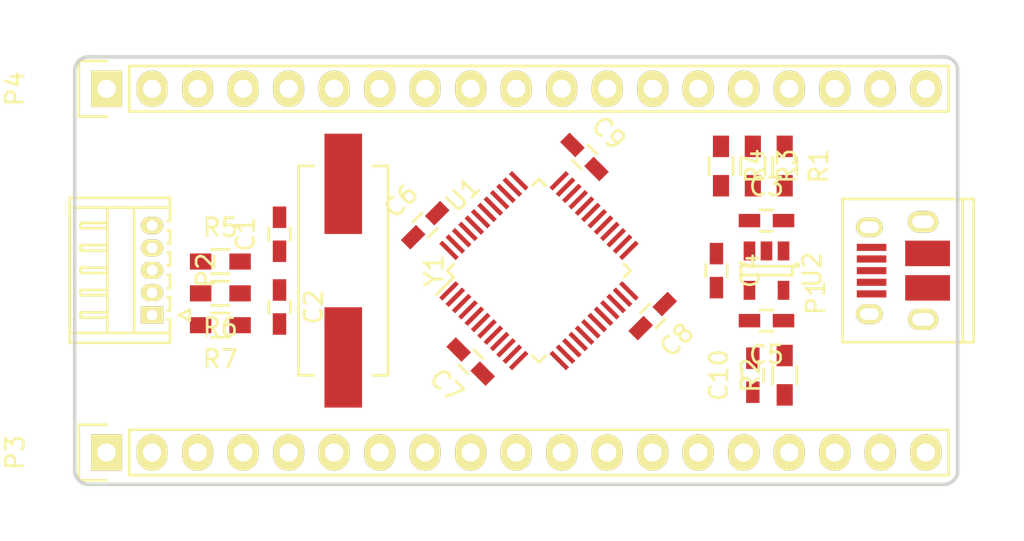
<source format=kicad_pcb>
(kicad_pcb (version 4) (host pcbnew 4.0.2+dfsg1-stable)

  (general
    (links 96)
    (no_connects 96)
    (area 107.341999 76.861999 156.818001 100.938001)
    (thickness 1.6)
    (drawings 8)
    (tracks 0)
    (zones 0)
    (modules 24)
    (nets 48)
  )

  (page A4)
  (layers
    (0 F.Cu signal)
    (31 B.Cu signal)
    (32 B.Adhes user)
    (33 F.Adhes user)
    (34 B.Paste user)
    (35 F.Paste user)
    (36 B.SilkS user)
    (37 F.SilkS user)
    (38 B.Mask user)
    (39 F.Mask user)
    (40 Dwgs.User user)
    (41 Cmts.User user)
    (42 Eco1.User user)
    (43 Eco2.User user)
    (44 Edge.Cuts user)
    (45 Margin user)
    (46 B.CrtYd user)
    (47 F.CrtYd user)
    (48 B.Fab user)
    (49 F.Fab user)
  )

  (setup
    (last_trace_width 0.25)
    (trace_clearance 0.2)
    (zone_clearance 0.508)
    (zone_45_only no)
    (trace_min 0.2)
    (segment_width 0.2)
    (edge_width 0.2)
    (via_size 0.6)
    (via_drill 0.4)
    (via_min_size 0.4)
    (via_min_drill 0.3)
    (uvia_size 0.3)
    (uvia_drill 0.1)
    (uvias_allowed no)
    (uvia_min_size 0.2)
    (uvia_min_drill 0.1)
    (pcb_text_width 0.3)
    (pcb_text_size 1.5 1.5)
    (mod_edge_width 0.15)
    (mod_text_size 1 1)
    (mod_text_width 0.15)
    (pad_size 1.524 1.524)
    (pad_drill 0.762)
    (pad_to_mask_clearance 0.2)
    (aux_axis_origin 0 0)
    (visible_elements FFFFFF7F)
    (pcbplotparams
      (layerselection 0x00030_80000001)
      (usegerberextensions false)
      (excludeedgelayer true)
      (linewidth 0.100000)
      (plotframeref false)
      (viasonmask false)
      (mode 1)
      (useauxorigin false)
      (hpglpennumber 1)
      (hpglpenspeed 20)
      (hpglpendiameter 15)
      (hpglpenoverlay 2)
      (psnegative false)
      (psa4output false)
      (plotreference true)
      (plotvalue true)
      (plotinvisibletext false)
      (padsonsilk false)
      (subtractmaskfromsilk false)
      (outputformat 1)
      (mirror false)
      (drillshape 1)
      (scaleselection 1)
      (outputdirectory ""))
  )

  (net 0 "")
  (net 1 GND)
  (net 2 XTAL1)
  (net 3 XTAL2)
  (net 4 +5V)
  (net 5 "Net-(C4-Pad1)")
  (net 6 +3V3)
  (net 7 "Net-(P1-Pad2)")
  (net 8 "Net-(P1-Pad3)")
  (net 9 "Net-(P1-Pad4)")
  (net 10 "Net-(P1-Pad6)")
  (net 11 USB_DP)
  (net 12 USB_DM)
  (net 13 SWDCLK)
  (net 14 SWDIO)
  (net 15 NRST)
  (net 16 /PA15)
  (net 17 /PC13)
  (net 18 /PC14)
  (net 19 /PC15)
  (net 20 /PA0)
  (net 21 /PA1)
  (net 22 /PA2)
  (net 23 /PA3)
  (net 24 /PA4)
  (net 25 /PA5)
  (net 26 /PA6)
  (net 27 /PA7)
  (net 28 /PB0)
  (net 29 /PB1)
  (net 30 /PB2)
  (net 31 /PB10)
  (net 32 /PB11)
  (net 33 /PB9)
  (net 34 /PB8)
  (net 35 /PB7)
  (net 36 /PB6)
  (net 37 /PB5)
  (net 38 /PB4)
  (net 39 /PB3)
  (net 40 /PA10)
  (net 41 /PA9)
  (net 42 /PA8)
  (net 43 /PB15)
  (net 44 /PB14)
  (net 45 /PB13)
  (net 46 /PB12)
  (net 47 /BOOT0)

  (net_class Default "This is the default net class."
    (clearance 0.2)
    (trace_width 0.25)
    (via_dia 0.6)
    (via_drill 0.4)
    (uvia_dia 0.3)
    (uvia_drill 0.1)
    (add_net +3V3)
    (add_net +5V)
    (add_net /BOOT0)
    (add_net /PA0)
    (add_net /PA1)
    (add_net /PA10)
    (add_net /PA15)
    (add_net /PA2)
    (add_net /PA3)
    (add_net /PA4)
    (add_net /PA5)
    (add_net /PA6)
    (add_net /PA7)
    (add_net /PA8)
    (add_net /PA9)
    (add_net /PB0)
    (add_net /PB1)
    (add_net /PB10)
    (add_net /PB11)
    (add_net /PB12)
    (add_net /PB13)
    (add_net /PB14)
    (add_net /PB15)
    (add_net /PB2)
    (add_net /PB3)
    (add_net /PB4)
    (add_net /PB5)
    (add_net /PB6)
    (add_net /PB7)
    (add_net /PB8)
    (add_net /PB9)
    (add_net /PC13)
    (add_net /PC14)
    (add_net /PC15)
    (add_net GND)
    (add_net NRST)
    (add_net "Net-(C4-Pad1)")
    (add_net "Net-(P1-Pad2)")
    (add_net "Net-(P1-Pad3)")
    (add_net "Net-(P1-Pad4)")
    (add_net "Net-(P1-Pad6)")
    (add_net SWDCLK)
    (add_net SWDIO)
    (add_net USB_DM)
    (add_net USB_DP)
    (add_net XTAL1)
    (add_net XTAL2)
  )

  (module Capacitors_SMD:C_0603_HandSoldering (layer F.Cu) (tedit 541A9B4D) (tstamp 5A6EEE9B)
    (at 118.872 86.868 90)
    (descr "Capacitor SMD 0603, hand soldering")
    (tags "capacitor 0603")
    (path /5A6E3BAC)
    (attr smd)
    (fp_text reference C1 (at 0 -1.9 90) (layer F.SilkS)
      (effects (font (size 1 1) (thickness 0.15)))
    )
    (fp_text value 30pF (at 0 1.9 90) (layer F.Fab)
      (effects (font (size 1 1) (thickness 0.15)))
    )
    (fp_line (start -1.85 -0.75) (end 1.85 -0.75) (layer F.CrtYd) (width 0.05))
    (fp_line (start -1.85 0.75) (end 1.85 0.75) (layer F.CrtYd) (width 0.05))
    (fp_line (start -1.85 -0.75) (end -1.85 0.75) (layer F.CrtYd) (width 0.05))
    (fp_line (start 1.85 -0.75) (end 1.85 0.75) (layer F.CrtYd) (width 0.05))
    (fp_line (start -0.35 -0.6) (end 0.35 -0.6) (layer F.SilkS) (width 0.15))
    (fp_line (start 0.35 0.6) (end -0.35 0.6) (layer F.SilkS) (width 0.15))
    (pad 1 smd rect (at -0.95 0 90) (size 1.2 0.75) (layers F.Cu F.Paste F.Mask)
      (net 1 GND))
    (pad 2 smd rect (at 0.95 0 90) (size 1.2 0.75) (layers F.Cu F.Paste F.Mask)
      (net 2 XTAL1))
    (model Capacitors_SMD.3dshapes/C_0603_HandSoldering.wrl
      (at (xyz 0 0 0))
      (scale (xyz 1 1 1))
      (rotate (xyz 0 0 0))
    )
  )

  (module Capacitors_SMD:C_0603_HandSoldering (layer F.Cu) (tedit 541A9B4D) (tstamp 5A6EEEA1)
    (at 118.872 90.932 270)
    (descr "Capacitor SMD 0603, hand soldering")
    (tags "capacitor 0603")
    (path /5A6E3C43)
    (attr smd)
    (fp_text reference C2 (at 0 -1.9 270) (layer F.SilkS)
      (effects (font (size 1 1) (thickness 0.15)))
    )
    (fp_text value 30pF (at 0 1.9 270) (layer F.Fab)
      (effects (font (size 1 1) (thickness 0.15)))
    )
    (fp_line (start -1.85 -0.75) (end 1.85 -0.75) (layer F.CrtYd) (width 0.05))
    (fp_line (start -1.85 0.75) (end 1.85 0.75) (layer F.CrtYd) (width 0.05))
    (fp_line (start -1.85 -0.75) (end -1.85 0.75) (layer F.CrtYd) (width 0.05))
    (fp_line (start 1.85 -0.75) (end 1.85 0.75) (layer F.CrtYd) (width 0.05))
    (fp_line (start -0.35 -0.6) (end 0.35 -0.6) (layer F.SilkS) (width 0.15))
    (fp_line (start 0.35 0.6) (end -0.35 0.6) (layer F.SilkS) (width 0.15))
    (pad 1 smd rect (at -0.95 0 270) (size 1.2 0.75) (layers F.Cu F.Paste F.Mask)
      (net 1 GND))
    (pad 2 smd rect (at 0.95 0 270) (size 1.2 0.75) (layers F.Cu F.Paste F.Mask)
      (net 3 XTAL2))
    (model Capacitors_SMD.3dshapes/C_0603_HandSoldering.wrl
      (at (xyz 0 0 0))
      (scale (xyz 1 1 1))
      (rotate (xyz 0 0 0))
    )
  )

  (module Capacitors_SMD:C_0603_HandSoldering (layer F.Cu) (tedit 541A9B4D) (tstamp 5A6EEEA7)
    (at 146.05 86.106)
    (descr "Capacitor SMD 0603, hand soldering")
    (tags "capacitor 0603")
    (path /5A6E5B08)
    (attr smd)
    (fp_text reference C3 (at 0 -1.9) (layer F.SilkS)
      (effects (font (size 1 1) (thickness 0.15)))
    )
    (fp_text value 2.2uF (at 0 1.9) (layer F.Fab)
      (effects (font (size 1 1) (thickness 0.15)))
    )
    (fp_line (start -1.85 -0.75) (end 1.85 -0.75) (layer F.CrtYd) (width 0.05))
    (fp_line (start -1.85 0.75) (end 1.85 0.75) (layer F.CrtYd) (width 0.05))
    (fp_line (start -1.85 -0.75) (end -1.85 0.75) (layer F.CrtYd) (width 0.05))
    (fp_line (start 1.85 -0.75) (end 1.85 0.75) (layer F.CrtYd) (width 0.05))
    (fp_line (start -0.35 -0.6) (end 0.35 -0.6) (layer F.SilkS) (width 0.15))
    (fp_line (start 0.35 0.6) (end -0.35 0.6) (layer F.SilkS) (width 0.15))
    (pad 1 smd rect (at -0.95 0) (size 1.2 0.75) (layers F.Cu F.Paste F.Mask)
      (net 4 +5V))
    (pad 2 smd rect (at 0.95 0) (size 1.2 0.75) (layers F.Cu F.Paste F.Mask)
      (net 1 GND))
    (model Capacitors_SMD.3dshapes/C_0603_HandSoldering.wrl
      (at (xyz 0 0 0))
      (scale (xyz 1 1 1))
      (rotate (xyz 0 0 0))
    )
  )

  (module Capacitors_SMD:C_0603_HandSoldering (layer F.Cu) (tedit 541A9B4D) (tstamp 5A6EEEAD)
    (at 143.256 88.9 270)
    (descr "Capacitor SMD 0603, hand soldering")
    (tags "capacitor 0603")
    (path /5A6E4E78)
    (attr smd)
    (fp_text reference C4 (at 0 -1.9 270) (layer F.SilkS)
      (effects (font (size 1 1) (thickness 0.15)))
    )
    (fp_text value 470pF (at -0.635 3.175 270) (layer F.Fab)
      (effects (font (size 1 1) (thickness 0.15)))
    )
    (fp_line (start -1.85 -0.75) (end 1.85 -0.75) (layer F.CrtYd) (width 0.05))
    (fp_line (start -1.85 0.75) (end 1.85 0.75) (layer F.CrtYd) (width 0.05))
    (fp_line (start -1.85 -0.75) (end -1.85 0.75) (layer F.CrtYd) (width 0.05))
    (fp_line (start 1.85 -0.75) (end 1.85 0.75) (layer F.CrtYd) (width 0.05))
    (fp_line (start -0.35 -0.6) (end 0.35 -0.6) (layer F.SilkS) (width 0.15))
    (fp_line (start 0.35 0.6) (end -0.35 0.6) (layer F.SilkS) (width 0.15))
    (pad 1 smd rect (at -0.95 0 270) (size 1.2 0.75) (layers F.Cu F.Paste F.Mask)
      (net 5 "Net-(C4-Pad1)"))
    (pad 2 smd rect (at 0.95 0 270) (size 1.2 0.75) (layers F.Cu F.Paste F.Mask)
      (net 1 GND))
    (model Capacitors_SMD.3dshapes/C_0603_HandSoldering.wrl
      (at (xyz 0 0 0))
      (scale (xyz 1 1 1))
      (rotate (xyz 0 0 0))
    )
  )

  (module Capacitors_SMD:C_0603_HandSoldering (layer F.Cu) (tedit 541A9B4D) (tstamp 5A6EEEB3)
    (at 146.05 91.694 180)
    (descr "Capacitor SMD 0603, hand soldering")
    (tags "capacitor 0603")
    (path /5A6E5075)
    (attr smd)
    (fp_text reference C5 (at 0 -1.9 180) (layer F.SilkS)
      (effects (font (size 1 1) (thickness 0.15)))
    )
    (fp_text value 2.2uF (at 0 1.9 180) (layer F.Fab)
      (effects (font (size 1 1) (thickness 0.15)))
    )
    (fp_line (start -1.85 -0.75) (end 1.85 -0.75) (layer F.CrtYd) (width 0.05))
    (fp_line (start -1.85 0.75) (end 1.85 0.75) (layer F.CrtYd) (width 0.05))
    (fp_line (start -1.85 -0.75) (end -1.85 0.75) (layer F.CrtYd) (width 0.05))
    (fp_line (start 1.85 -0.75) (end 1.85 0.75) (layer F.CrtYd) (width 0.05))
    (fp_line (start -0.35 -0.6) (end 0.35 -0.6) (layer F.SilkS) (width 0.15))
    (fp_line (start 0.35 0.6) (end -0.35 0.6) (layer F.SilkS) (width 0.15))
    (pad 1 smd rect (at -0.95 0 180) (size 1.2 0.75) (layers F.Cu F.Paste F.Mask)
      (net 6 +3V3))
    (pad 2 smd rect (at 0.95 0 180) (size 1.2 0.75) (layers F.Cu F.Paste F.Mask)
      (net 1 GND))
    (model Capacitors_SMD.3dshapes/C_0603_HandSoldering.wrl
      (at (xyz 0 0 0))
      (scale (xyz 1 1 1))
      (rotate (xyz 0 0 0))
    )
  )

  (module Capacitors_SMD:C_0603_HandSoldering (layer F.Cu) (tedit 541A9B4D) (tstamp 5A6EEEB9)
    (at 127 86.36 45)
    (descr "Capacitor SMD 0603, hand soldering")
    (tags "capacitor 0603")
    (path /5A6E62B1)
    (attr smd)
    (fp_text reference C6 (at 0 -1.9 45) (layer F.SilkS)
      (effects (font (size 1 1) (thickness 0.15)))
    )
    (fp_text value 100nF (at 0 1.9 45) (layer F.Fab)
      (effects (font (size 1 1) (thickness 0.15)))
    )
    (fp_line (start -1.85 -0.75) (end 1.85 -0.75) (layer F.CrtYd) (width 0.05))
    (fp_line (start -1.85 0.75) (end 1.85 0.75) (layer F.CrtYd) (width 0.05))
    (fp_line (start -1.85 -0.75) (end -1.85 0.75) (layer F.CrtYd) (width 0.05))
    (fp_line (start 1.85 -0.75) (end 1.85 0.75) (layer F.CrtYd) (width 0.05))
    (fp_line (start -0.35 -0.6) (end 0.35 -0.6) (layer F.SilkS) (width 0.15))
    (fp_line (start 0.35 0.6) (end -0.35 0.6) (layer F.SilkS) (width 0.15))
    (pad 1 smd rect (at -0.95 0 45) (size 1.2 0.75) (layers F.Cu F.Paste F.Mask)
      (net 6 +3V3))
    (pad 2 smd rect (at 0.95 0 45) (size 1.2 0.75) (layers F.Cu F.Paste F.Mask)
      (net 1 GND))
    (model Capacitors_SMD.3dshapes/C_0603_HandSoldering.wrl
      (at (xyz 0 0 0))
      (scale (xyz 1 1 1))
      (rotate (xyz 0 0 0))
    )
  )

  (module Capacitors_SMD:C_0603_HandSoldering (layer F.Cu) (tedit 541A9B4D) (tstamp 5A6EEEBF)
    (at 129.54 93.98 135)
    (descr "Capacitor SMD 0603, hand soldering")
    (tags "capacitor 0603")
    (path /5A6E68C5)
    (attr smd)
    (fp_text reference C7 (at 0 -1.9 135) (layer F.SilkS)
      (effects (font (size 1 1) (thickness 0.15)))
    )
    (fp_text value 100nF (at 0 1.9 135) (layer F.Fab)
      (effects (font (size 1 1) (thickness 0.15)))
    )
    (fp_line (start -1.85 -0.75) (end 1.85 -0.75) (layer F.CrtYd) (width 0.05))
    (fp_line (start -1.85 0.75) (end 1.85 0.75) (layer F.CrtYd) (width 0.05))
    (fp_line (start -1.85 -0.75) (end -1.85 0.75) (layer F.CrtYd) (width 0.05))
    (fp_line (start 1.85 -0.75) (end 1.85 0.75) (layer F.CrtYd) (width 0.05))
    (fp_line (start -0.35 -0.6) (end 0.35 -0.6) (layer F.SilkS) (width 0.15))
    (fp_line (start 0.35 0.6) (end -0.35 0.6) (layer F.SilkS) (width 0.15))
    (pad 1 smd rect (at -0.95 0 135) (size 1.2 0.75) (layers F.Cu F.Paste F.Mask)
      (net 6 +3V3))
    (pad 2 smd rect (at 0.95 0 135) (size 1.2 0.75) (layers F.Cu F.Paste F.Mask)
      (net 1 GND))
    (model Capacitors_SMD.3dshapes/C_0603_HandSoldering.wrl
      (at (xyz 0 0 0))
      (scale (xyz 1 1 1))
      (rotate (xyz 0 0 0))
    )
  )

  (module Capacitors_SMD:C_0603_HandSoldering (layer F.Cu) (tedit 541A9B4D) (tstamp 5A6EEEC5)
    (at 139.7 91.44 225)
    (descr "Capacitor SMD 0603, hand soldering")
    (tags "capacitor 0603")
    (path /5A6E6915)
    (attr smd)
    (fp_text reference C8 (at 0 -1.9 225) (layer F.SilkS)
      (effects (font (size 1 1) (thickness 0.15)))
    )
    (fp_text value 100nF (at 0 1.9 225) (layer F.Fab)
      (effects (font (size 1 1) (thickness 0.15)))
    )
    (fp_line (start -1.85 -0.75) (end 1.85 -0.75) (layer F.CrtYd) (width 0.05))
    (fp_line (start -1.85 0.75) (end 1.85 0.75) (layer F.CrtYd) (width 0.05))
    (fp_line (start -1.85 -0.75) (end -1.85 0.75) (layer F.CrtYd) (width 0.05))
    (fp_line (start 1.85 -0.75) (end 1.85 0.75) (layer F.CrtYd) (width 0.05))
    (fp_line (start -0.35 -0.6) (end 0.35 -0.6) (layer F.SilkS) (width 0.15))
    (fp_line (start 0.35 0.6) (end -0.35 0.6) (layer F.SilkS) (width 0.15))
    (pad 1 smd rect (at -0.95 0 225) (size 1.2 0.75) (layers F.Cu F.Paste F.Mask)
      (net 6 +3V3))
    (pad 2 smd rect (at 0.95 0 225) (size 1.2 0.75) (layers F.Cu F.Paste F.Mask)
      (net 1 GND))
    (model Capacitors_SMD.3dshapes/C_0603_HandSoldering.wrl
      (at (xyz 0 0 0))
      (scale (xyz 1 1 1))
      (rotate (xyz 0 0 0))
    )
  )

  (module Capacitors_SMD:C_0603_HandSoldering (layer F.Cu) (tedit 541A9B4D) (tstamp 5A6EEECB)
    (at 135.89 82.55 315)
    (descr "Capacitor SMD 0603, hand soldering")
    (tags "capacitor 0603")
    (path /5A6E6974)
    (attr smd)
    (fp_text reference C9 (at 0 -1.9 315) (layer F.SilkS)
      (effects (font (size 1 1) (thickness 0.15)))
    )
    (fp_text value 100nF (at 0 1.9 315) (layer F.Fab)
      (effects (font (size 1 1) (thickness 0.15)))
    )
    (fp_line (start -1.85 -0.75) (end 1.85 -0.75) (layer F.CrtYd) (width 0.05))
    (fp_line (start -1.85 0.75) (end 1.85 0.75) (layer F.CrtYd) (width 0.05))
    (fp_line (start -1.85 -0.75) (end -1.85 0.75) (layer F.CrtYd) (width 0.05))
    (fp_line (start 1.85 -0.75) (end 1.85 0.75) (layer F.CrtYd) (width 0.05))
    (fp_line (start -0.35 -0.6) (end 0.35 -0.6) (layer F.SilkS) (width 0.15))
    (fp_line (start 0.35 0.6) (end -0.35 0.6) (layer F.SilkS) (width 0.15))
    (pad 1 smd rect (at -0.95 0 315) (size 1.2 0.75) (layers F.Cu F.Paste F.Mask)
      (net 6 +3V3))
    (pad 2 smd rect (at 0.95 0 315) (size 1.2 0.75) (layers F.Cu F.Paste F.Mask)
      (net 1 GND))
    (model Capacitors_SMD.3dshapes/C_0603_HandSoldering.wrl
      (at (xyz 0 0 0))
      (scale (xyz 1 1 1))
      (rotate (xyz 0 0 0))
    )
  )

  (module Capacitors_SMD:C_0603_HandSoldering (layer F.Cu) (tedit 541A9B4D) (tstamp 5A6EEED1)
    (at 145.288 94.742 90)
    (descr "Capacitor SMD 0603, hand soldering")
    (tags "capacitor 0603")
    (path /5A6E636D)
    (attr smd)
    (fp_text reference C10 (at 0 -1.9 90) (layer F.SilkS)
      (effects (font (size 1 1) (thickness 0.15)))
    )
    (fp_text value 4.7uF (at 0 1.9 90) (layer F.Fab)
      (effects (font (size 1 1) (thickness 0.15)))
    )
    (fp_line (start -1.85 -0.75) (end 1.85 -0.75) (layer F.CrtYd) (width 0.05))
    (fp_line (start -1.85 0.75) (end 1.85 0.75) (layer F.CrtYd) (width 0.05))
    (fp_line (start -1.85 -0.75) (end -1.85 0.75) (layer F.CrtYd) (width 0.05))
    (fp_line (start 1.85 -0.75) (end 1.85 0.75) (layer F.CrtYd) (width 0.05))
    (fp_line (start -0.35 -0.6) (end 0.35 -0.6) (layer F.SilkS) (width 0.15))
    (fp_line (start 0.35 0.6) (end -0.35 0.6) (layer F.SilkS) (width 0.15))
    (pad 1 smd rect (at -0.95 0 90) (size 1.2 0.75) (layers F.Cu F.Paste F.Mask)
      (net 6 +3V3))
    (pad 2 smd rect (at 0.95 0 90) (size 1.2 0.75) (layers F.Cu F.Paste F.Mask)
      (net 1 GND))
    (model Capacitors_SMD.3dshapes/C_0603_HandSoldering.wrl
      (at (xyz 0 0 0))
      (scale (xyz 1 1 1))
      (rotate (xyz 0 0 0))
    )
  )

  (module Resistors_SMD:R_0603_HandSoldering (layer F.Cu) (tedit 5418A00F) (tstamp 5A6EEEE4)
    (at 147.066 83.058 270)
    (descr "Resistor SMD 0603, hand soldering")
    (tags "resistor 0603")
    (path /5A6E2EF2)
    (attr smd)
    (fp_text reference R1 (at 0 -1.9 270) (layer F.SilkS)
      (effects (font (size 1 1) (thickness 0.15)))
    )
    (fp_text value 100k (at 0 1.9 270) (layer F.Fab)
      (effects (font (size 1 1) (thickness 0.15)))
    )
    (fp_line (start -2 -0.8) (end 2 -0.8) (layer F.CrtYd) (width 0.05))
    (fp_line (start -2 0.8) (end 2 0.8) (layer F.CrtYd) (width 0.05))
    (fp_line (start -2 -0.8) (end -2 0.8) (layer F.CrtYd) (width 0.05))
    (fp_line (start 2 -0.8) (end 2 0.8) (layer F.CrtYd) (width 0.05))
    (fp_line (start 0.5 0.675) (end -0.5 0.675) (layer F.SilkS) (width 0.15))
    (fp_line (start -0.5 -0.675) (end 0.5 -0.675) (layer F.SilkS) (width 0.15))
    (pad 1 smd rect (at -1.1 0 270) (size 1.2 0.9) (layers F.Cu F.Paste F.Mask)
      (net 9 "Net-(P1-Pad4)"))
    (pad 2 smd rect (at 1.1 0 270) (size 1.2 0.9) (layers F.Cu F.Paste F.Mask)
      (net 1 GND))
    (model Resistors_SMD.3dshapes/R_0603_HandSoldering.wrl
      (at (xyz 0 0 0))
      (scale (xyz 1 1 1))
      (rotate (xyz 0 0 0))
    )
  )

  (module Resistors_SMD:R_0603_HandSoldering (layer F.Cu) (tedit 5418A00F) (tstamp 5A6EEEEA)
    (at 147.066 94.742 90)
    (descr "Resistor SMD 0603, hand soldering")
    (tags "resistor 0603")
    (path /5A6E2FC3)
    (attr smd)
    (fp_text reference R2 (at 0 -1.9 90) (layer F.SilkS)
      (effects (font (size 1 1) (thickness 0.15)))
    )
    (fp_text value 1k5 (at 0 1.9 90) (layer F.Fab)
      (effects (font (size 1 1) (thickness 0.15)))
    )
    (fp_line (start -2 -0.8) (end 2 -0.8) (layer F.CrtYd) (width 0.05))
    (fp_line (start -2 0.8) (end 2 0.8) (layer F.CrtYd) (width 0.05))
    (fp_line (start -2 -0.8) (end -2 0.8) (layer F.CrtYd) (width 0.05))
    (fp_line (start 2 -0.8) (end 2 0.8) (layer F.CrtYd) (width 0.05))
    (fp_line (start 0.5 0.675) (end -0.5 0.675) (layer F.SilkS) (width 0.15))
    (fp_line (start -0.5 -0.675) (end 0.5 -0.675) (layer F.SilkS) (width 0.15))
    (pad 1 smd rect (at -1.1 0 90) (size 1.2 0.9) (layers F.Cu F.Paste F.Mask)
      (net 8 "Net-(P1-Pad3)"))
    (pad 2 smd rect (at 1.1 0 90) (size 1.2 0.9) (layers F.Cu F.Paste F.Mask)
      (net 6 +3V3))
    (model Resistors_SMD.3dshapes/R_0603_HandSoldering.wrl
      (at (xyz 0 0 0))
      (scale (xyz 1 1 1))
      (rotate (xyz 0 0 0))
    )
  )

  (module Resistors_SMD:R_0603_HandSoldering (layer F.Cu) (tedit 5418A00F) (tstamp 5A6EEEF0)
    (at 145.288 83.058 270)
    (descr "Resistor SMD 0603, hand soldering")
    (tags "resistor 0603")
    (path /5A6E30C7)
    (attr smd)
    (fp_text reference R3 (at 0 -1.9 270) (layer F.SilkS)
      (effects (font (size 1 1) (thickness 0.15)))
    )
    (fp_text value 22 (at 0 1.9 270) (layer F.Fab)
      (effects (font (size 1 1) (thickness 0.15)))
    )
    (fp_line (start -2 -0.8) (end 2 -0.8) (layer F.CrtYd) (width 0.05))
    (fp_line (start -2 0.8) (end 2 0.8) (layer F.CrtYd) (width 0.05))
    (fp_line (start -2 -0.8) (end -2 0.8) (layer F.CrtYd) (width 0.05))
    (fp_line (start 2 -0.8) (end 2 0.8) (layer F.CrtYd) (width 0.05))
    (fp_line (start 0.5 0.675) (end -0.5 0.675) (layer F.SilkS) (width 0.15))
    (fp_line (start -0.5 -0.675) (end 0.5 -0.675) (layer F.SilkS) (width 0.15))
    (pad 1 smd rect (at -1.1 0 270) (size 1.2 0.9) (layers F.Cu F.Paste F.Mask)
      (net 8 "Net-(P1-Pad3)"))
    (pad 2 smd rect (at 1.1 0 270) (size 1.2 0.9) (layers F.Cu F.Paste F.Mask)
      (net 11 USB_DP))
    (model Resistors_SMD.3dshapes/R_0603_HandSoldering.wrl
      (at (xyz 0 0 0))
      (scale (xyz 1 1 1))
      (rotate (xyz 0 0 0))
    )
  )

  (module Resistors_SMD:R_0603_HandSoldering (layer F.Cu) (tedit 5418A00F) (tstamp 5A6EEEF6)
    (at 143.51 83.058 270)
    (descr "Resistor SMD 0603, hand soldering")
    (tags "resistor 0603")
    (path /5A6E3158)
    (attr smd)
    (fp_text reference R4 (at 0 -1.9 270) (layer F.SilkS)
      (effects (font (size 1 1) (thickness 0.15)))
    )
    (fp_text value 22 (at 0 1.9 270) (layer F.Fab)
      (effects (font (size 1 1) (thickness 0.15)))
    )
    (fp_line (start -2 -0.8) (end 2 -0.8) (layer F.CrtYd) (width 0.05))
    (fp_line (start -2 0.8) (end 2 0.8) (layer F.CrtYd) (width 0.05))
    (fp_line (start -2 -0.8) (end -2 0.8) (layer F.CrtYd) (width 0.05))
    (fp_line (start 2 -0.8) (end 2 0.8) (layer F.CrtYd) (width 0.05))
    (fp_line (start 0.5 0.675) (end -0.5 0.675) (layer F.SilkS) (width 0.15))
    (fp_line (start -0.5 -0.675) (end 0.5 -0.675) (layer F.SilkS) (width 0.15))
    (pad 1 smd rect (at -1.1 0 270) (size 1.2 0.9) (layers F.Cu F.Paste F.Mask)
      (net 7 "Net-(P1-Pad2)"))
    (pad 2 smd rect (at 1.1 0 270) (size 1.2 0.9) (layers F.Cu F.Paste F.Mask)
      (net 12 USB_DM))
    (model Resistors_SMD.3dshapes/R_0603_HandSoldering.wrl
      (at (xyz 0 0 0))
      (scale (xyz 1 1 1))
      (rotate (xyz 0 0 0))
    )
  )

  (module Housings_QFP:LQFP-48_7x7mm_Pitch0.5mm (layer F.Cu) (tedit 54130A77) (tstamp 5A6EEF2A)
    (at 133.35 88.9 45)
    (descr "48 LEAD LQFP 7x7mm (see MICREL LQFP7x7-48LD-PL-1.pdf)")
    (tags "QFP 0.5")
    (path /5A6E2C26)
    (attr smd)
    (fp_text reference U1 (at 0 -6 45) (layer F.SilkS)
      (effects (font (size 1 1) (thickness 0.15)))
    )
    (fp_text value STM32F103C4 (at 0 6 45) (layer F.Fab)
      (effects (font (size 1 1) (thickness 0.15)))
    )
    (fp_line (start -5.25 -5.25) (end -5.25 5.25) (layer F.CrtYd) (width 0.05))
    (fp_line (start 5.25 -5.25) (end 5.25 5.25) (layer F.CrtYd) (width 0.05))
    (fp_line (start -5.25 -5.25) (end 5.25 -5.25) (layer F.CrtYd) (width 0.05))
    (fp_line (start -5.25 5.25) (end 5.25 5.25) (layer F.CrtYd) (width 0.05))
    (fp_line (start -3.625 -3.625) (end -3.625 -3.1) (layer F.SilkS) (width 0.15))
    (fp_line (start 3.625 -3.625) (end 3.625 -3.1) (layer F.SilkS) (width 0.15))
    (fp_line (start 3.625 3.625) (end 3.625 3.1) (layer F.SilkS) (width 0.15))
    (fp_line (start -3.625 3.625) (end -3.625 3.1) (layer F.SilkS) (width 0.15))
    (fp_line (start -3.625 -3.625) (end -3.1 -3.625) (layer F.SilkS) (width 0.15))
    (fp_line (start -3.625 3.625) (end -3.1 3.625) (layer F.SilkS) (width 0.15))
    (fp_line (start 3.625 3.625) (end 3.1 3.625) (layer F.SilkS) (width 0.15))
    (fp_line (start 3.625 -3.625) (end 3.1 -3.625) (layer F.SilkS) (width 0.15))
    (fp_line (start -3.625 -3.1) (end -5 -3.1) (layer F.SilkS) (width 0.15))
    (pad 1 smd rect (at -4.35 -2.75 45) (size 1.3 0.25) (layers F.Cu F.Paste F.Mask)
      (net 6 +3V3))
    (pad 2 smd rect (at -4.35 -2.25 45) (size 1.3 0.25) (layers F.Cu F.Paste F.Mask)
      (net 17 /PC13))
    (pad 3 smd rect (at -4.35 -1.75 45) (size 1.3 0.25) (layers F.Cu F.Paste F.Mask)
      (net 18 /PC14))
    (pad 4 smd rect (at -4.35 -1.25 45) (size 1.3 0.25) (layers F.Cu F.Paste F.Mask)
      (net 19 /PC15))
    (pad 5 smd rect (at -4.35 -0.75 45) (size 1.3 0.25) (layers F.Cu F.Paste F.Mask)
      (net 2 XTAL1))
    (pad 6 smd rect (at -4.35 -0.25 45) (size 1.3 0.25) (layers F.Cu F.Paste F.Mask)
      (net 3 XTAL2))
    (pad 7 smd rect (at -4.35 0.25 45) (size 1.3 0.25) (layers F.Cu F.Paste F.Mask)
      (net 15 NRST))
    (pad 8 smd rect (at -4.35 0.75 45) (size 1.3 0.25) (layers F.Cu F.Paste F.Mask)
      (net 1 GND))
    (pad 9 smd rect (at -4.35 1.25 45) (size 1.3 0.25) (layers F.Cu F.Paste F.Mask)
      (net 6 +3V3))
    (pad 10 smd rect (at -4.35 1.75 45) (size 1.3 0.25) (layers F.Cu F.Paste F.Mask)
      (net 20 /PA0))
    (pad 11 smd rect (at -4.35 2.25 45) (size 1.3 0.25) (layers F.Cu F.Paste F.Mask)
      (net 21 /PA1))
    (pad 12 smd rect (at -4.35 2.75 45) (size 1.3 0.25) (layers F.Cu F.Paste F.Mask)
      (net 22 /PA2))
    (pad 13 smd rect (at -2.75 4.35 135) (size 1.3 0.25) (layers F.Cu F.Paste F.Mask)
      (net 23 /PA3))
    (pad 14 smd rect (at -2.25 4.35 135) (size 1.3 0.25) (layers F.Cu F.Paste F.Mask)
      (net 24 /PA4))
    (pad 15 smd rect (at -1.75 4.35 135) (size 1.3 0.25) (layers F.Cu F.Paste F.Mask)
      (net 25 /PA5))
    (pad 16 smd rect (at -1.25 4.35 135) (size 1.3 0.25) (layers F.Cu F.Paste F.Mask)
      (net 26 /PA6))
    (pad 17 smd rect (at -0.75 4.35 135) (size 1.3 0.25) (layers F.Cu F.Paste F.Mask)
      (net 27 /PA7))
    (pad 18 smd rect (at -0.25 4.35 135) (size 1.3 0.25) (layers F.Cu F.Paste F.Mask)
      (net 28 /PB0))
    (pad 19 smd rect (at 0.25 4.35 135) (size 1.3 0.25) (layers F.Cu F.Paste F.Mask)
      (net 29 /PB1))
    (pad 20 smd rect (at 0.75 4.35 135) (size 1.3 0.25) (layers F.Cu F.Paste F.Mask)
      (net 30 /PB2))
    (pad 21 smd rect (at 1.25 4.35 135) (size 1.3 0.25) (layers F.Cu F.Paste F.Mask)
      (net 31 /PB10))
    (pad 22 smd rect (at 1.75 4.35 135) (size 1.3 0.25) (layers F.Cu F.Paste F.Mask)
      (net 32 /PB11))
    (pad 23 smd rect (at 2.25 4.35 135) (size 1.3 0.25) (layers F.Cu F.Paste F.Mask)
      (net 1 GND))
    (pad 24 smd rect (at 2.75 4.35 135) (size 1.3 0.25) (layers F.Cu F.Paste F.Mask)
      (net 6 +3V3))
    (pad 25 smd rect (at 4.35 2.75 45) (size 1.3 0.25) (layers F.Cu F.Paste F.Mask)
      (net 46 /PB12))
    (pad 26 smd rect (at 4.35 2.25 45) (size 1.3 0.25) (layers F.Cu F.Paste F.Mask)
      (net 45 /PB13))
    (pad 27 smd rect (at 4.35 1.75 45) (size 1.3 0.25) (layers F.Cu F.Paste F.Mask)
      (net 44 /PB14))
    (pad 28 smd rect (at 4.35 1.25 45) (size 1.3 0.25) (layers F.Cu F.Paste F.Mask)
      (net 43 /PB15))
    (pad 29 smd rect (at 4.35 0.75 45) (size 1.3 0.25) (layers F.Cu F.Paste F.Mask)
      (net 42 /PA8))
    (pad 30 smd rect (at 4.35 0.25 45) (size 1.3 0.25) (layers F.Cu F.Paste F.Mask)
      (net 41 /PA9))
    (pad 31 smd rect (at 4.35 -0.25 45) (size 1.3 0.25) (layers F.Cu F.Paste F.Mask)
      (net 40 /PA10))
    (pad 32 smd rect (at 4.35 -0.75 45) (size 1.3 0.25) (layers F.Cu F.Paste F.Mask)
      (net 12 USB_DM))
    (pad 33 smd rect (at 4.35 -1.25 45) (size 1.3 0.25) (layers F.Cu F.Paste F.Mask)
      (net 11 USB_DP))
    (pad 34 smd rect (at 4.35 -1.75 45) (size 1.3 0.25) (layers F.Cu F.Paste F.Mask)
      (net 14 SWDIO))
    (pad 35 smd rect (at 4.35 -2.25 45) (size 1.3 0.25) (layers F.Cu F.Paste F.Mask)
      (net 1 GND))
    (pad 36 smd rect (at 4.35 -2.75 45) (size 1.3 0.25) (layers F.Cu F.Paste F.Mask)
      (net 6 +3V3))
    (pad 37 smd rect (at 2.75 -4.35 135) (size 1.3 0.25) (layers F.Cu F.Paste F.Mask)
      (net 13 SWDCLK))
    (pad 38 smd rect (at 2.25 -4.35 135) (size 1.3 0.25) (layers F.Cu F.Paste F.Mask)
      (net 16 /PA15))
    (pad 39 smd rect (at 1.75 -4.35 135) (size 1.3 0.25) (layers F.Cu F.Paste F.Mask)
      (net 39 /PB3))
    (pad 40 smd rect (at 1.25 -4.35 135) (size 1.3 0.25) (layers F.Cu F.Paste F.Mask)
      (net 38 /PB4))
    (pad 41 smd rect (at 0.75 -4.35 135) (size 1.3 0.25) (layers F.Cu F.Paste F.Mask)
      (net 37 /PB5))
    (pad 42 smd rect (at 0.25 -4.35 135) (size 1.3 0.25) (layers F.Cu F.Paste F.Mask)
      (net 36 /PB6))
    (pad 43 smd rect (at -0.25 -4.35 135) (size 1.3 0.25) (layers F.Cu F.Paste F.Mask)
      (net 35 /PB7))
    (pad 44 smd rect (at -0.75 -4.35 135) (size 1.3 0.25) (layers F.Cu F.Paste F.Mask)
      (net 47 /BOOT0))
    (pad 45 smd rect (at -1.25 -4.35 135) (size 1.3 0.25) (layers F.Cu F.Paste F.Mask)
      (net 34 /PB8))
    (pad 46 smd rect (at -1.75 -4.35 135) (size 1.3 0.25) (layers F.Cu F.Paste F.Mask)
      (net 33 /PB9))
    (pad 47 smd rect (at -2.25 -4.35 135) (size 1.3 0.25) (layers F.Cu F.Paste F.Mask)
      (net 1 GND))
    (pad 48 smd rect (at -2.75 -4.35 135) (size 1.3 0.25) (layers F.Cu F.Paste F.Mask)
      (net 6 +3V3))
    (model Housings_QFP.3dshapes/LQFP-48_7x7mm_Pitch0.5mm.wrl
      (at (xyz 0 0 0))
      (scale (xyz 1 1 1))
      (rotate (xyz 0 0 0))
    )
  )

  (module TO_SOT_Packages_SMD:SOT-23-5 (layer F.Cu) (tedit 55360473) (tstamp 5A6EEF33)
    (at 146.05 88.9 270)
    (descr "5-pin SOT23 package")
    (tags SOT-23-5)
    (path /5A6E4B46)
    (attr smd)
    (fp_text reference U2 (at -0.05 -2.55 270) (layer F.SilkS)
      (effects (font (size 1 1) (thickness 0.15)))
    )
    (fp_text value MIC5219-3.3 (at -0.05 2.35 270) (layer F.Fab)
      (effects (font (size 1 1) (thickness 0.15)))
    )
    (fp_line (start -1.8 -1.6) (end 1.8 -1.6) (layer F.CrtYd) (width 0.05))
    (fp_line (start 1.8 -1.6) (end 1.8 1.6) (layer F.CrtYd) (width 0.05))
    (fp_line (start 1.8 1.6) (end -1.8 1.6) (layer F.CrtYd) (width 0.05))
    (fp_line (start -1.8 1.6) (end -1.8 -1.6) (layer F.CrtYd) (width 0.05))
    (fp_circle (center -0.3 -1.7) (end -0.2 -1.7) (layer F.SilkS) (width 0.15))
    (fp_line (start 0.25 -1.45) (end -0.25 -1.45) (layer F.SilkS) (width 0.15))
    (fp_line (start 0.25 1.45) (end 0.25 -1.45) (layer F.SilkS) (width 0.15))
    (fp_line (start -0.25 1.45) (end 0.25 1.45) (layer F.SilkS) (width 0.15))
    (fp_line (start -0.25 -1.45) (end -0.25 1.45) (layer F.SilkS) (width 0.15))
    (pad 1 smd rect (at -1.1 -0.95 270) (size 1.06 0.65) (layers F.Cu F.Paste F.Mask)
      (net 4 +5V))
    (pad 2 smd rect (at -1.1 0 270) (size 1.06 0.65) (layers F.Cu F.Paste F.Mask)
      (net 1 GND))
    (pad 3 smd rect (at -1.1 0.95 270) (size 1.06 0.65) (layers F.Cu F.Paste F.Mask)
      (net 4 +5V))
    (pad 4 smd rect (at 1.1 0.95 270) (size 1.06 0.65) (layers F.Cu F.Paste F.Mask)
      (net 5 "Net-(C4-Pad1)"))
    (pad 5 smd rect (at 1.1 -0.95 270) (size 1.06 0.65) (layers F.Cu F.Paste F.Mask)
      (net 6 +3V3))
    (model TO_SOT_Packages_SMD.3dshapes/SOT-23-5.wrl
      (at (xyz 0 0 0))
      (scale (xyz 1 1 1))
      (rotate (xyz 0 0 0))
    )
  )

  (module Crystals:Crystal_HC49-SD_SMD (layer F.Cu) (tedit 0) (tstamp 5A6EEF85)
    (at 122.428 88.9 270)
    (descr "Crystal, Quarz, HC49-SD, SMD,")
    (tags "Crystal, Quarz, HC49-SD, SMD,")
    (path /5A6E3B14)
    (attr smd)
    (fp_text reference Y1 (at 0 -5.08 270) (layer F.SilkS)
      (effects (font (size 1 1) (thickness 0.15)))
    )
    (fp_text value Crystal (at 2.54 5.08 270) (layer F.Fab)
      (effects (font (size 1 1) (thickness 0.15)))
    )
    (fp_circle (center 0 0) (end 0.8509 0) (layer F.Adhes) (width 0.381))
    (fp_circle (center 0 0) (end 0.50038 0) (layer F.Adhes) (width 0.381))
    (fp_circle (center 0 0) (end 0.14986 0.0508) (layer F.Adhes) (width 0.381))
    (fp_line (start -5.84962 2.49936) (end 5.84962 2.49936) (layer F.SilkS) (width 0.15))
    (fp_line (start 5.84962 -2.49936) (end -5.84962 -2.49936) (layer F.SilkS) (width 0.15))
    (fp_line (start 5.84962 2.49936) (end 5.84962 1.651) (layer F.SilkS) (width 0.15))
    (fp_line (start 5.84962 -2.49936) (end 5.84962 -1.651) (layer F.SilkS) (width 0.15))
    (fp_line (start -5.84962 2.49936) (end -5.84962 1.651) (layer F.SilkS) (width 0.15))
    (fp_line (start -5.84962 -2.49936) (end -5.84962 -1.651) (layer F.SilkS) (width 0.15))
    (pad 1 smd rect (at -4.84886 0 270) (size 5.6007 2.10058) (layers F.Cu F.Paste F.Mask)
      (net 2 XTAL1))
    (pad 2 smd rect (at 4.84886 0 270) (size 5.6007 2.10058) (layers F.Cu F.Paste F.Mask)
      (net 3 XTAL2))
  )

  (module Resistors_SMD:R_0603_HandSoldering (layer F.Cu) (tedit 5418A00F) (tstamp 5A6F9C07)
    (at 115.57 88.392)
    (descr "Resistor SMD 0603, hand soldering")
    (tags "resistor 0603")
    (path /5A6F97CB)
    (attr smd)
    (fp_text reference R5 (at 0 -1.9) (layer F.SilkS)
      (effects (font (size 1 1) (thickness 0.15)))
    )
    (fp_text value 10k (at 0 1.9) (layer F.Fab)
      (effects (font (size 1 1) (thickness 0.15)))
    )
    (fp_line (start -2 -0.8) (end 2 -0.8) (layer F.CrtYd) (width 0.05))
    (fp_line (start -2 0.8) (end 2 0.8) (layer F.CrtYd) (width 0.05))
    (fp_line (start -2 -0.8) (end -2 0.8) (layer F.CrtYd) (width 0.05))
    (fp_line (start 2 -0.8) (end 2 0.8) (layer F.CrtYd) (width 0.05))
    (fp_line (start 0.5 0.675) (end -0.5 0.675) (layer F.SilkS) (width 0.15))
    (fp_line (start -0.5 -0.675) (end 0.5 -0.675) (layer F.SilkS) (width 0.15))
    (pad 1 smd rect (at -1.1 0) (size 1.2 0.9) (layers F.Cu F.Paste F.Mask)
      (net 13 SWDCLK))
    (pad 2 smd rect (at 1.1 0) (size 1.2 0.9) (layers F.Cu F.Paste F.Mask)
      (net 6 +3V3))
    (model Resistors_SMD.3dshapes/R_0603_HandSoldering.wrl
      (at (xyz 0 0 0))
      (scale (xyz 1 1 1))
      (rotate (xyz 0 0 0))
    )
  )

  (module Resistors_SMD:R_0603_HandSoldering (layer F.Cu) (tedit 5418A00F) (tstamp 5A6F9C0D)
    (at 115.57 90.17 180)
    (descr "Resistor SMD 0603, hand soldering")
    (tags "resistor 0603")
    (path /5A6F8DF1)
    (attr smd)
    (fp_text reference R6 (at 0 -1.9 180) (layer F.SilkS)
      (effects (font (size 1 1) (thickness 0.15)))
    )
    (fp_text value 10k (at 0 1.9 180) (layer F.Fab)
      (effects (font (size 1 1) (thickness 0.15)))
    )
    (fp_line (start -2 -0.8) (end 2 -0.8) (layer F.CrtYd) (width 0.05))
    (fp_line (start -2 0.8) (end 2 0.8) (layer F.CrtYd) (width 0.05))
    (fp_line (start -2 -0.8) (end -2 0.8) (layer F.CrtYd) (width 0.05))
    (fp_line (start 2 -0.8) (end 2 0.8) (layer F.CrtYd) (width 0.05))
    (fp_line (start 0.5 0.675) (end -0.5 0.675) (layer F.SilkS) (width 0.15))
    (fp_line (start -0.5 -0.675) (end 0.5 -0.675) (layer F.SilkS) (width 0.15))
    (pad 1 smd rect (at -1.1 0 180) (size 1.2 0.9) (layers F.Cu F.Paste F.Mask)
      (net 1 GND))
    (pad 2 smd rect (at 1.1 0 180) (size 1.2 0.9) (layers F.Cu F.Paste F.Mask)
      (net 14 SWDIO))
    (model Resistors_SMD.3dshapes/R_0603_HandSoldering.wrl
      (at (xyz 0 0 0))
      (scale (xyz 1 1 1))
      (rotate (xyz 0 0 0))
    )
  )

  (module Resistors_SMD:R_0603_HandSoldering (layer F.Cu) (tedit 5418A00F) (tstamp 5A6F9C13)
    (at 115.57 91.948 180)
    (descr "Resistor SMD 0603, hand soldering")
    (tags "resistor 0603")
    (path /5A6FB38D)
    (attr smd)
    (fp_text reference R7 (at 0 -1.9 180) (layer F.SilkS)
      (effects (font (size 1 1) (thickness 0.15)))
    )
    (fp_text value 10k (at 0 1.9 180) (layer F.Fab)
      (effects (font (size 1 1) (thickness 0.15)))
    )
    (fp_line (start -2 -0.8) (end 2 -0.8) (layer F.CrtYd) (width 0.05))
    (fp_line (start -2 0.8) (end 2 0.8) (layer F.CrtYd) (width 0.05))
    (fp_line (start -2 -0.8) (end -2 0.8) (layer F.CrtYd) (width 0.05))
    (fp_line (start 2 -0.8) (end 2 0.8) (layer F.CrtYd) (width 0.05))
    (fp_line (start 0.5 0.675) (end -0.5 0.675) (layer F.SilkS) (width 0.15))
    (fp_line (start -0.5 -0.675) (end 0.5 -0.675) (layer F.SilkS) (width 0.15))
    (pad 1 smd rect (at -1.1 0 180) (size 1.2 0.9) (layers F.Cu F.Paste F.Mask)
      (net 15 NRST))
    (pad 2 smd rect (at 1.1 0 180) (size 1.2 0.9) (layers F.Cu F.Paste F.Mask)
      (net 6 +3V3))
    (model Resistors_SMD.3dshapes/R_0603_HandSoldering.wrl
      (at (xyz 0 0 0))
      (scale (xyz 1 1 1))
      (rotate (xyz 0 0 0))
    )
  )

  (module Connectors_Hirose:Hirose_DF13-05P-1.25DS_05x1.25mm_Angled (layer F.Cu) (tedit 56EE6416) (tstamp 5A6F9CCB)
    (at 111.76 91.38 90)
    (descr "Hirose DF13 DS series connector, 1.25mm pitch, side entry PTH")
    (tags "connector hirose df13 side angled horizontal through thru hole")
    (path /5A6FAF1A)
    (fp_text reference P2 (at 2.5 3 90) (layer F.SilkS)
      (effects (font (size 1 1) (thickness 0.15)))
    )
    (fp_text value CONN_01X05 (at 2.5 -6 90) (layer F.Fab)
      (effects (font (size 1 1) (thickness 0.15)))
    )
    (fp_line (start -0.25 0.85) (end -0.25 1) (layer F.SilkS) (width 0.15))
    (fp_line (start -0.25 1) (end -1.55 1) (layer F.SilkS) (width 0.15))
    (fp_line (start -1.55 1) (end -1.55 -4.6) (layer F.SilkS) (width 0.15))
    (fp_line (start -1.55 -4.6) (end 6.55 -4.6) (layer F.SilkS) (width 0.15))
    (fp_line (start 6.55 -4.6) (end 6.55 1) (layer F.SilkS) (width 0.15))
    (fp_line (start 6.55 1) (end 5.25 1) (layer F.SilkS) (width 0.15))
    (fp_line (start 5.25 1) (end 5.25 0.85) (layer F.SilkS) (width 0.15))
    (fp_line (start -1 -2.5) (end 6 -2.5) (layer F.SilkS) (width 0.15))
    (fp_line (start -1 -1) (end 6 -1) (layer F.SilkS) (width 0.15))
    (fp_line (start -1 -4.6) (end -1 1) (layer F.SilkS) (width 0.15))
    (fp_line (start 6 -4.6) (end 6 1) (layer F.SilkS) (width 0.15))
    (fp_line (start 0 -2.5) (end -0.15 -2.5) (layer F.SilkS) (width 0.15))
    (fp_line (start -0.15 -2.5) (end -0.15 -3.9625) (layer F.SilkS) (width 0.15))
    (fp_line (start -0.15 -3.9625) (end 0 -4) (layer F.SilkS) (width 0.15))
    (fp_line (start 0 -4) (end 0.15 -3.9625) (layer F.SilkS) (width 0.15))
    (fp_line (start 0.15 -3.9625) (end 0.15 -2.5) (layer F.SilkS) (width 0.15))
    (fp_line (start 0.15 -2.5) (end 0 -2.5) (layer F.SilkS) (width 0.15))
    (fp_line (start 1.25 -2.5) (end 1.1 -2.5) (layer F.SilkS) (width 0.15))
    (fp_line (start 1.1 -2.5) (end 1.1 -3.9625) (layer F.SilkS) (width 0.15))
    (fp_line (start 1.1 -3.9625) (end 1.25 -4) (layer F.SilkS) (width 0.15))
    (fp_line (start 1.25 -4) (end 1.4 -3.9625) (layer F.SilkS) (width 0.15))
    (fp_line (start 1.4 -3.9625) (end 1.4 -2.5) (layer F.SilkS) (width 0.15))
    (fp_line (start 1.4 -2.5) (end 1.25 -2.5) (layer F.SilkS) (width 0.15))
    (fp_line (start 0.25 0.85) (end 0.25 1) (layer F.SilkS) (width 0.15))
    (fp_line (start 0.25 1) (end 1 1) (layer F.SilkS) (width 0.15))
    (fp_line (start 1 1) (end 1 0.85) (layer F.SilkS) (width 0.15))
    (fp_line (start 2.5 -2.5) (end 2.35 -2.5) (layer F.SilkS) (width 0.15))
    (fp_line (start 2.35 -2.5) (end 2.35 -3.9625) (layer F.SilkS) (width 0.15))
    (fp_line (start 2.35 -3.9625) (end 2.5 -4) (layer F.SilkS) (width 0.15))
    (fp_line (start 2.5 -4) (end 2.65 -3.9625) (layer F.SilkS) (width 0.15))
    (fp_line (start 2.65 -3.9625) (end 2.65 -2.5) (layer F.SilkS) (width 0.15))
    (fp_line (start 2.65 -2.5) (end 2.5 -2.5) (layer F.SilkS) (width 0.15))
    (fp_line (start 1.5 0.85) (end 1.5 1) (layer F.SilkS) (width 0.15))
    (fp_line (start 1.5 1) (end 2.25 1) (layer F.SilkS) (width 0.15))
    (fp_line (start 2.25 1) (end 2.25 0.85) (layer F.SilkS) (width 0.15))
    (fp_line (start 3.75 -2.5) (end 3.6 -2.5) (layer F.SilkS) (width 0.15))
    (fp_line (start 3.6 -2.5) (end 3.6 -3.9625) (layer F.SilkS) (width 0.15))
    (fp_line (start 3.6 -3.9625) (end 3.75 -4) (layer F.SilkS) (width 0.15))
    (fp_line (start 3.75 -4) (end 3.9 -3.9625) (layer F.SilkS) (width 0.15))
    (fp_line (start 3.9 -3.9625) (end 3.9 -2.5) (layer F.SilkS) (width 0.15))
    (fp_line (start 3.9 -2.5) (end 3.75 -2.5) (layer F.SilkS) (width 0.15))
    (fp_line (start 2.75 0.85) (end 2.75 1) (layer F.SilkS) (width 0.15))
    (fp_line (start 2.75 1) (end 3.5 1) (layer F.SilkS) (width 0.15))
    (fp_line (start 3.5 1) (end 3.5 0.85) (layer F.SilkS) (width 0.15))
    (fp_line (start 5 -2.5) (end 4.85 -2.5) (layer F.SilkS) (width 0.15))
    (fp_line (start 4.85 -2.5) (end 4.85 -3.9625) (layer F.SilkS) (width 0.15))
    (fp_line (start 4.85 -3.9625) (end 5 -4) (layer F.SilkS) (width 0.15))
    (fp_line (start 5 -4) (end 5.15 -3.9625) (layer F.SilkS) (width 0.15))
    (fp_line (start 5.15 -3.9625) (end 5.15 -2.5) (layer F.SilkS) (width 0.15))
    (fp_line (start 5.15 -2.5) (end 5 -2.5) (layer F.SilkS) (width 0.15))
    (fp_line (start 4 0.85) (end 4 1) (layer F.SilkS) (width 0.15))
    (fp_line (start 4 1) (end 4.75 1) (layer F.SilkS) (width 0.15))
    (fp_line (start 4.75 1) (end 4.75 0.85) (layer F.SilkS) (width 0.15))
    (fp_line (start 0 1.5) (end -0.3 2.1) (layer F.SilkS) (width 0.15))
    (fp_line (start -0.3 2.1) (end 0.3 2.1) (layer F.SilkS) (width 0.15))
    (fp_line (start 0.3 2.1) (end 0 1.5) (layer F.SilkS) (width 0.15))
    (fp_line (start -2.05 -5.1) (end -2.05 1.5) (layer F.CrtYd) (width 0.05))
    (fp_line (start -2.05 1.5) (end 7.05 1.5) (layer F.CrtYd) (width 0.05))
    (fp_line (start 7.05 1.5) (end 7.05 -5.1) (layer F.CrtYd) (width 0.05))
    (fp_line (start 7.05 -5.1) (end -2.05 -5.1) (layer F.CrtYd) (width 0.05))
    (pad 1 thru_hole rect (at 0 0 90) (size 0.95 1.25) (drill 0.6) (layers *.Cu *.Mask F.SilkS)
      (net 6 +3V3))
    (pad 2 thru_hole oval (at 1.25 0 90) (size 0.95 1.25) (drill 0.6) (layers *.Cu *.Mask F.SilkS)
      (net 14 SWDIO))
    (pad 3 thru_hole oval (at 2.5 0 90) (size 0.95 1.25) (drill 0.6) (layers *.Cu *.Mask F.SilkS)
      (net 13 SWDCLK))
    (pad 4 thru_hole oval (at 3.75 0 90) (size 0.95 1.25) (drill 0.6) (layers *.Cu *.Mask F.SilkS)
      (net 1 GND))
    (pad 5 thru_hole oval (at 5 0 90) (size 0.95 1.25) (drill 0.6) (layers *.Cu *.Mask F.SilkS)
      (net 15 NRST))
    (model Connectors_Hirose.3dshapes/Hirose_DF13-05P-1.25DS_05x1.25mm_Angled.wrl
      (at (xyz 0 0 0))
      (scale (xyz 1 1 1))
      (rotate (xyz 0 0 0))
    )
  )

  (module Pin_Headers:Pin_Header_Straight_1x19 (layer F.Cu) (tedit 0) (tstamp 5A6F9CE2)
    (at 109.22 99.06 90)
    (descr "Through hole pin header")
    (tags "pin header")
    (path /5A70E35A)
    (fp_text reference P3 (at 0 -5.1 90) (layer F.SilkS)
      (effects (font (size 1 1) (thickness 0.15)))
    )
    (fp_text value CONN_01X19 (at 0 -3.1 90) (layer F.Fab)
      (effects (font (size 1 1) (thickness 0.15)))
    )
    (fp_line (start -1.75 -1.75) (end -1.75 47.5) (layer F.CrtYd) (width 0.05))
    (fp_line (start 1.75 -1.75) (end 1.75 47.5) (layer F.CrtYd) (width 0.05))
    (fp_line (start -1.75 -1.75) (end 1.75 -1.75) (layer F.CrtYd) (width 0.05))
    (fp_line (start -1.75 47.5) (end 1.75 47.5) (layer F.CrtYd) (width 0.05))
    (fp_line (start 1.27 1.27) (end 1.27 46.99) (layer F.SilkS) (width 0.15))
    (fp_line (start 1.27 46.99) (end -1.27 46.99) (layer F.SilkS) (width 0.15))
    (fp_line (start -1.27 46.99) (end -1.27 1.27) (layer F.SilkS) (width 0.15))
    (fp_line (start 1.55 -1.55) (end 1.55 0) (layer F.SilkS) (width 0.15))
    (fp_line (start 1.27 1.27) (end -1.27 1.27) (layer F.SilkS) (width 0.15))
    (fp_line (start -1.55 0) (end -1.55 -1.55) (layer F.SilkS) (width 0.15))
    (fp_line (start -1.55 -1.55) (end 1.55 -1.55) (layer F.SilkS) (width 0.15))
    (pad 1 thru_hole rect (at 0 0 90) (size 2.032 1.7272) (drill 1.016) (layers *.Cu *.Mask F.SilkS)
      (net 6 +3V3))
    (pad 2 thru_hole oval (at 0 2.54 90) (size 2.032 1.7272) (drill 1.016) (layers *.Cu *.Mask F.SilkS)
      (net 1 GND))
    (pad 3 thru_hole oval (at 0 5.08 90) (size 2.032 1.7272) (drill 1.016) (layers *.Cu *.Mask F.SilkS)
      (net 17 /PC13))
    (pad 4 thru_hole oval (at 0 7.62 90) (size 2.032 1.7272) (drill 1.016) (layers *.Cu *.Mask F.SilkS)
      (net 18 /PC14))
    (pad 5 thru_hole oval (at 0 10.16 90) (size 2.032 1.7272) (drill 1.016) (layers *.Cu *.Mask F.SilkS)
      (net 19 /PC15))
    (pad 6 thru_hole oval (at 0 12.7 90) (size 2.032 1.7272) (drill 1.016) (layers *.Cu *.Mask F.SilkS)
      (net 15 NRST))
    (pad 7 thru_hole oval (at 0 15.24 90) (size 2.032 1.7272) (drill 1.016) (layers *.Cu *.Mask F.SilkS)
      (net 20 /PA0))
    (pad 8 thru_hole oval (at 0 17.78 90) (size 2.032 1.7272) (drill 1.016) (layers *.Cu *.Mask F.SilkS)
      (net 21 /PA1))
    (pad 9 thru_hole oval (at 0 20.32 90) (size 2.032 1.7272) (drill 1.016) (layers *.Cu *.Mask F.SilkS)
      (net 22 /PA2))
    (pad 10 thru_hole oval (at 0 22.86 90) (size 2.032 1.7272) (drill 1.016) (layers *.Cu *.Mask F.SilkS)
      (net 23 /PA3))
    (pad 11 thru_hole oval (at 0 25.4 90) (size 2.032 1.7272) (drill 1.016) (layers *.Cu *.Mask F.SilkS)
      (net 24 /PA4))
    (pad 12 thru_hole oval (at 0 27.94 90) (size 2.032 1.7272) (drill 1.016) (layers *.Cu *.Mask F.SilkS)
      (net 25 /PA5))
    (pad 13 thru_hole oval (at 0 30.48 90) (size 2.032 1.7272) (drill 1.016) (layers *.Cu *.Mask F.SilkS)
      (net 26 /PA6))
    (pad 14 thru_hole oval (at 0 33.02 90) (size 2.032 1.7272) (drill 1.016) (layers *.Cu *.Mask F.SilkS)
      (net 27 /PA7))
    (pad 15 thru_hole oval (at 0 35.56 90) (size 2.032 1.7272) (drill 1.016) (layers *.Cu *.Mask F.SilkS)
      (net 28 /PB0))
    (pad 16 thru_hole oval (at 0 38.1 90) (size 2.032 1.7272) (drill 1.016) (layers *.Cu *.Mask F.SilkS)
      (net 29 /PB1))
    (pad 17 thru_hole oval (at 0 40.64 90) (size 2.032 1.7272) (drill 1.016) (layers *.Cu *.Mask F.SilkS)
      (net 30 /PB2))
    (pad 18 thru_hole oval (at 0 43.18 90) (size 2.032 1.7272) (drill 1.016) (layers *.Cu *.Mask F.SilkS)
      (net 31 /PB10))
    (pad 19 thru_hole oval (at 0 45.72 90) (size 2.032 1.7272) (drill 1.016) (layers *.Cu *.Mask F.SilkS)
      (net 32 /PB11))
    (model Pin_Headers.3dshapes/Pin_Header_Straight_1x19.wrl
      (at (xyz 0 -0.9 0))
      (scale (xyz 1 1 1))
      (rotate (xyz 0 0 90))
    )
  )

  (module Pin_Headers:Pin_Header_Straight_1x19 (layer F.Cu) (tedit 0) (tstamp 5A6F9CF9)
    (at 109.22 78.74 90)
    (descr "Through hole pin header")
    (tags "pin header")
    (path /5A70E4A4)
    (fp_text reference P4 (at 0 -5.1 90) (layer F.SilkS)
      (effects (font (size 1 1) (thickness 0.15)))
    )
    (fp_text value CONN_01X19 (at 0 -3.1 90) (layer F.Fab)
      (effects (font (size 1 1) (thickness 0.15)))
    )
    (fp_line (start -1.75 -1.75) (end -1.75 47.5) (layer F.CrtYd) (width 0.05))
    (fp_line (start 1.75 -1.75) (end 1.75 47.5) (layer F.CrtYd) (width 0.05))
    (fp_line (start -1.75 -1.75) (end 1.75 -1.75) (layer F.CrtYd) (width 0.05))
    (fp_line (start -1.75 47.5) (end 1.75 47.5) (layer F.CrtYd) (width 0.05))
    (fp_line (start 1.27 1.27) (end 1.27 46.99) (layer F.SilkS) (width 0.15))
    (fp_line (start 1.27 46.99) (end -1.27 46.99) (layer F.SilkS) (width 0.15))
    (fp_line (start -1.27 46.99) (end -1.27 1.27) (layer F.SilkS) (width 0.15))
    (fp_line (start 1.55 -1.55) (end 1.55 0) (layer F.SilkS) (width 0.15))
    (fp_line (start 1.27 1.27) (end -1.27 1.27) (layer F.SilkS) (width 0.15))
    (fp_line (start -1.55 0) (end -1.55 -1.55) (layer F.SilkS) (width 0.15))
    (fp_line (start -1.55 -1.55) (end 1.55 -1.55) (layer F.SilkS) (width 0.15))
    (pad 1 thru_hole rect (at 0 0 90) (size 2.032 1.7272) (drill 1.016) (layers *.Cu *.Mask F.SilkS)
      (net 4 +5V))
    (pad 2 thru_hole oval (at 0 2.54 90) (size 2.032 1.7272) (drill 1.016) (layers *.Cu *.Mask F.SilkS)
      (net 33 /PB9))
    (pad 3 thru_hole oval (at 0 5.08 90) (size 2.032 1.7272) (drill 1.016) (layers *.Cu *.Mask F.SilkS)
      (net 34 /PB8))
    (pad 4 thru_hole oval (at 0 7.62 90) (size 2.032 1.7272) (drill 1.016) (layers *.Cu *.Mask F.SilkS)
      (net 35 /PB7))
    (pad 5 thru_hole oval (at 0 10.16 90) (size 2.032 1.7272) (drill 1.016) (layers *.Cu *.Mask F.SilkS)
      (net 36 /PB6))
    (pad 6 thru_hole oval (at 0 12.7 90) (size 2.032 1.7272) (drill 1.016) (layers *.Cu *.Mask F.SilkS)
      (net 37 /PB5))
    (pad 7 thru_hole oval (at 0 15.24 90) (size 2.032 1.7272) (drill 1.016) (layers *.Cu *.Mask F.SilkS)
      (net 38 /PB4))
    (pad 8 thru_hole oval (at 0 17.78 90) (size 2.032 1.7272) (drill 1.016) (layers *.Cu *.Mask F.SilkS)
      (net 39 /PB3))
    (pad 9 thru_hole oval (at 0 20.32 90) (size 2.032 1.7272) (drill 1.016) (layers *.Cu *.Mask F.SilkS)
      (net 16 /PA15))
    (pad 10 thru_hole oval (at 0 22.86 90) (size 2.032 1.7272) (drill 1.016) (layers *.Cu *.Mask F.SilkS)
      (net 13 SWDCLK))
    (pad 11 thru_hole oval (at 0 25.4 90) (size 2.032 1.7272) (drill 1.016) (layers *.Cu *.Mask F.SilkS)
      (net 14 SWDIO))
    (pad 12 thru_hole oval (at 0 27.94 90) (size 2.032 1.7272) (drill 1.016) (layers *.Cu *.Mask F.SilkS)
      (net 12 USB_DM))
    (pad 13 thru_hole oval (at 0 30.48 90) (size 2.032 1.7272) (drill 1.016) (layers *.Cu *.Mask F.SilkS)
      (net 40 /PA10))
    (pad 14 thru_hole oval (at 0 33.02 90) (size 2.032 1.7272) (drill 1.016) (layers *.Cu *.Mask F.SilkS)
      (net 41 /PA9))
    (pad 15 thru_hole oval (at 0 35.56 90) (size 2.032 1.7272) (drill 1.016) (layers *.Cu *.Mask F.SilkS)
      (net 42 /PA8))
    (pad 16 thru_hole oval (at 0 38.1 90) (size 2.032 1.7272) (drill 1.016) (layers *.Cu *.Mask F.SilkS)
      (net 43 /PB15))
    (pad 17 thru_hole oval (at 0 40.64 90) (size 2.032 1.7272) (drill 1.016) (layers *.Cu *.Mask F.SilkS)
      (net 44 /PB14))
    (pad 18 thru_hole oval (at 0 43.18 90) (size 2.032 1.7272) (drill 1.016) (layers *.Cu *.Mask F.SilkS)
      (net 45 /PB13))
    (pad 19 thru_hole oval (at 0 45.72 90) (size 2.032 1.7272) (drill 1.016) (layers *.Cu *.Mask F.SilkS)
      (net 46 /PB12))
    (model Pin_Headers.3dshapes/Pin_Header_Straight_1x19.wrl
      (at (xyz 0 -0.9 0))
      (scale (xyz 1 1 1))
      (rotate (xyz 0 0 90))
    )
  )

  (module Connect:USB_Micro-B_10103594-0001LF (layer F.Cu) (tedit 560290CC) (tstamp 5A7208EC)
    (at 153.416 88.9 90)
    (descr "Micro USB Type B 10103594-0001LF")
    (tags "USB USB_B USB_micro USB_OTG")
    (path /5A6E2DEF)
    (attr smd)
    (fp_text reference P1 (at -1.5 -4.625 90) (layer F.SilkS)
      (effects (font (size 1 1) (thickness 0.15)))
    )
    (fp_text value USB_OTG (at 0 6.175 90) (layer F.Fab)
      (effects (font (size 1 1) (thickness 0.15)))
    )
    (fp_line (start -4.25 -3.4) (end 4.25 -3.4) (layer F.CrtYd) (width 0.05))
    (fp_line (start 4.25 -3.4) (end 4.25 4.45) (layer F.CrtYd) (width 0.05))
    (fp_line (start 4.25 4.45) (end -4.25 4.45) (layer F.CrtYd) (width 0.05))
    (fp_line (start -4.25 4.45) (end -4.25 -3.4) (layer F.CrtYd) (width 0.05))
    (fp_line (start -4 4.195) (end 4 4.195) (layer F.SilkS) (width 0.15))
    (fp_line (start -4 -3.125) (end 4 -3.125) (layer F.SilkS) (width 0.15))
    (fp_line (start 4 -3.125) (end 4 4.195) (layer F.SilkS) (width 0.15))
    (fp_line (start 4 3.575) (end -4 3.575) (layer F.SilkS) (width 0.15))
    (fp_line (start -4 4.195) (end -4 -3.125) (layer F.SilkS) (width 0.15))
    (pad 1 smd rect (at -1.3 -1.5 180) (size 1.65 0.4) (layers F.Cu F.Paste F.Mask)
      (net 4 +5V))
    (pad 2 smd rect (at -0.65 -1.5 180) (size 1.65 0.4) (layers F.Cu F.Paste F.Mask)
      (net 7 "Net-(P1-Pad2)"))
    (pad 3 smd rect (at -0.0009 -1.5 180) (size 1.65 0.4) (layers F.Cu F.Paste F.Mask)
      (net 8 "Net-(P1-Pad3)"))
    (pad 4 smd rect (at 0.65 -1.5 180) (size 1.65 0.4) (layers F.Cu F.Paste F.Mask)
      (net 9 "Net-(P1-Pad4)"))
    (pad 5 smd rect (at 1.3 -1.5 180) (size 1.65 0.4) (layers F.Cu F.Paste F.Mask)
      (net 1 GND))
    (pad 6 thru_hole oval (at -2.425 -1.625 180) (size 1.5 1.1) (drill oval 1.05 0.65) (layers *.Cu *.Mask F.SilkS)
      (net 10 "Net-(P1-Pad6)"))
    (pad 6 thru_hole oval (at 2.425 -1.625 180) (size 1.5 1.1) (drill oval 1.05 0.65) (layers *.Cu *.Mask F.SilkS)
      (net 10 "Net-(P1-Pad6)"))
    (pad 6 thru_hole oval (at -2.725 1.375 180) (size 1.7 1.2) (drill oval 1.2 0.7) (layers *.Cu *.Mask F.SilkS)
      (net 10 "Net-(P1-Pad6)"))
    (pad 6 thru_hole oval (at 2.725 1.375 180) (size 1.7 1.2) (drill oval 1.2 0.7) (layers *.Cu *.Mask F.SilkS)
      (net 10 "Net-(P1-Pad6)"))
    (pad 6 smd rect (at -0.9625 1.625 180) (size 2.5 1.425) (layers F.Cu F.Paste F.Mask)
      (net 10 "Net-(P1-Pad6)"))
    (pad 6 smd rect (at 0.9625 1.625 180) (size 2.5 1.425) (layers F.Cu F.Paste F.Mask)
      (net 10 "Net-(P1-Pad6)"))
  )

  (gr_line (start 107.442 100.076) (end 107.442 77.724) (layer Edge.Cuts) (width 0.2))
  (gr_line (start 155.956 100.838) (end 108.204 100.838) (layer Edge.Cuts) (width 0.2))
  (gr_line (start 156.718 77.724) (end 156.718 100.076) (layer Edge.Cuts) (width 0.2))
  (gr_line (start 108.204 76.962) (end 155.956 76.962) (layer Edge.Cuts) (width 0.2))
  (gr_arc (start 108.204 77.724) (end 107.442 77.724) (angle 90) (layer Edge.Cuts) (width 0.2) (tstamp 5A6FAB64))
  (gr_arc (start 108.204 100.076) (end 108.204 100.838) (angle 90) (layer Edge.Cuts) (width 0.2) (tstamp 5A6FAB63))
  (gr_arc (start 155.956 100.076) (end 156.718 100.076) (angle 90) (layer Edge.Cuts) (width 0.2) (tstamp 5A6FAB62))
  (gr_arc (start 155.956 77.724) (end 155.956 76.962) (angle 90) (layer Edge.Cuts) (width 0.2))

)

</source>
